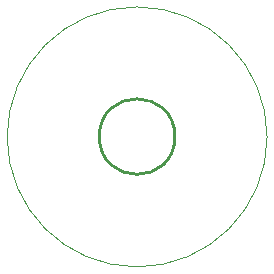
<source format=gko>
G04 Layer_Color=16711935*
%FSLAX25Y25*%
%MOIN*%
G70*
G01*
G75*
%ADD13C,0.01000*%
%ADD16C,0.00394*%
D13*
X12598Y0D02*
G03*
X12598Y0I-12598J0D01*
G01*
D16*
X43329Y-98D02*
G03*
X43329Y-98I-43329J0D01*
G01*
M02*

</source>
